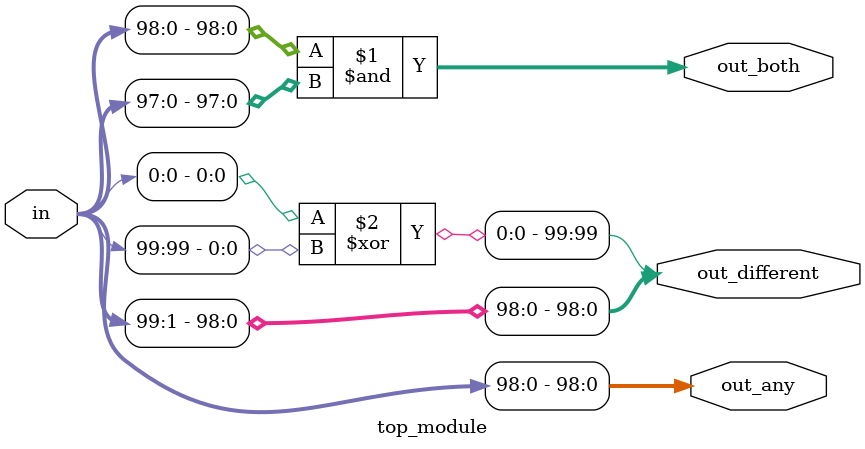
<source format=sv>
module top_module (
	input [99:0] in,
	output [98:0] out_both,
	output [99:1] out_any,
	output [99:0] out_different
);

	assign out_both = in[98:0] & in[97:0];
	assign out_any = {1'b0, in};
	assign out_different = {in[0] ^ in[99], in[99:1]};

endmodule

</source>
